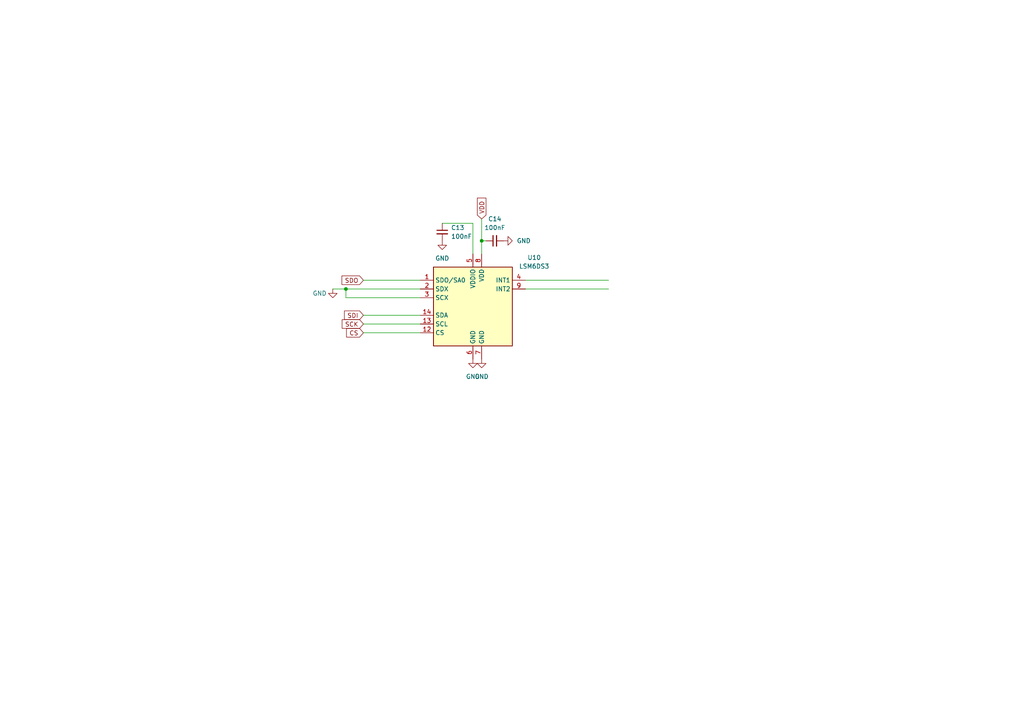
<source format=kicad_sch>
(kicad_sch (version 20211123) (generator eeschema)
  (paper "A4")
  (lib_symbols
    (symbol "Device:C_Small" (pin_numbers hide) (pin_names (offset 0.254) hide)
      (property "Reference" "C" (at 0.254 1.778 0))
      (property "Value" "C_Small" (at 0.254 -2.032 0))
      (symbol "C_Small_0_1"
        (polyline (pts (xy -1.524 -0.508) (xy 1.524 -0.508)) (stroke (width 0.3302)))
        (polyline (pts (xy -1.524 0.508) (xy 1.524 0.508)) (stroke (width 0.3048)))
      )
      (symbol "C_Small_1_1"
        (pin passive line (at 0 2.54 270) (length 2.032) (name "~") (number "1"))
        (pin passive line (at 0 -2.54 90) (length 2.032) (name "~") (number "2"))
      )
    )
    (symbol "Sensor_Motion:LSM6DS3"
      (property "Reference" "U" (at -11.43 15.24 0))
      (property "Value" "LSM6DS3" (at -11.43 12.7 0))
      (symbol "LSM6DS3_0_1"
        (rectangle (start 11.43 11.43) (end -11.43 -11.43) (stroke (width 0.254)) (fill (type background)))
      )
      (symbol "LSM6DS3_1_1"
        (pin bidirectional line (at -15.24 7.62 0) (length 3.81) (name "SDO/SA0") (number "1"))
        (pin no_connect line (at 10.16 -5.08 180) (length 3.81) hide (name "NC") (number "10"))
        (pin no_connect line (at 10.16 -2.54 180) (length 3.81) hide (name "NC") (number "11"))
        (pin input line (at -15.24 -7.62 0) (length 3.81) (name "CS") (number "12"))
        (pin input line (at -15.24 -5.08 0) (length 3.81) (name "SCL") (number "13"))
        (pin bidirectional line (at -15.24 -2.54 0) (length 3.81) (name "SDA") (number "14"))
        (pin bidirectional line (at -15.24 5.08 0) (length 3.81) (name "SDX") (number "2"))
        (pin input line (at -15.24 2.54 0) (length 3.81) (name "SCX") (number "3"))
        (pin output line (at 15.24 7.62 180) (length 3.81) (name "INT1") (number "4"))
        (pin power_in line (at 0 15.24 270) (length 3.81) (name "VDDIO") (number "5"))
        (pin power_in line (at 0 -15.24 90) (length 3.81) (name "GND") (number "6"))
        (pin power_in line (at 2.54 -15.24 90) (length 3.81) (name "GND") (number "7"))
        (pin power_in line (at 2.54 15.24 270) (length 3.81) (name "VDD") (number "8"))
        (pin output line (at 15.24 5.08 180) (length 3.81) (name "INT2") (number "9"))
      )
    )
    (symbol "power:GND" (power) (pin_names (offset 0))
      (property "Value" "GND" (at 0 -3.81 0))
      (symbol "GND_0_1"
        (polyline (pts (xy 0 0) (xy 0 -1.27) (xy 1.27 -1.27) (xy 0 -2.54) (xy -1.27 -1.27) (xy 0 -1.27)))
      )
      (symbol "GND_1_1"
        (pin power_in line (at 0 0 270) (length 0) hide (name "GND") (number "1"))
      )
    )
  )
  (junction (at 139.7 69.85))
  (junction (at 100.33 83.82))
  (wire (pts (xy 128.27 64.77) (xy 137.16 64.77)))
  (wire (pts (xy 105.41 96.52) (xy 121.92 96.52)))
  (wire (pts (xy 152.4 81.28) (xy 176.53 81.28)))
  (wire (pts (xy 100.33 86.36) (xy 100.33 83.82)))
  (wire (pts (xy 96.52 83.82) (xy 100.33 83.82)))
  (wire (pts (xy 139.7 69.85) (xy 139.7 73.66)))
  (wire (pts (xy 105.41 93.98) (xy 121.92 93.98)))
  (wire (pts (xy 121.92 86.36) (xy 100.33 86.36)))
  (wire (pts (xy 105.41 91.44) (xy 121.92 91.44)))
  (wire (pts (xy 137.16 73.66) (xy 137.16 64.77)))
  (wire (pts (xy 152.4 83.82) (xy 176.53 83.82)))
  (wire (pts (xy 139.7 69.85) (xy 140.97 69.85)))
  (wire (pts (xy 100.33 83.82) (xy 121.92 83.82)))
  (wire (pts (xy 105.41 81.28) (xy 121.92 81.28)))
  (wire (pts (xy 139.7 63.5) (xy 139.7 69.85)))
  (global_label "SCK" (shape input) (at 105.41 93.98 180) (property "Intersheet References" "${INTERSHEET_REFS}" (effects hide)))
  (global_label "SDO" (shape input) (at 105.41 81.28 180) (property "Intersheet References" "${INTERSHEET_REFS}" (effects hide)))
  (global_label "CS" (shape input) (at 105.41 96.52 180) (property "Intersheet References" "${INTERSHEET_REFS}" (effects hide)))
  (global_label "SDI" (shape input) (at 105.41 91.44 180) (property "Intersheet References" "${INTERSHEET_REFS}" (effects hide)))
  (global_label "VDD" (shape input) (at 139.7 63.5 90) (property "Intersheet References" "${INTERSHEET_REFS}" (effects hide)))
  (symbol (lib_id "power:GND") (at 137.16 104.14 0) (unit 1)
    (property "Reference" "#PWR0164" (effects hide))
    (property "Value" "GND" (at 137.16 109.22 0))
  )
  (symbol (lib_id "Sensor_Motion:LSM6DS3") (at 137.16 88.9 0) (unit 1)
    (property "Reference" "U10" (at 154.94 74.7012 0))
    (property "Value" "LSM6DS3" (at 154.94 77.2412 0))
    (property "Footprint" "Package_LGA:LGA-14_3x2.5mm_P0.5mm_LayoutBorder3x4y" (effects hide))
    (property "Datasheet" "www.st.com/resource/en/datasheet/lsm6ds3.pdf" (effects hide))
  )
  (symbol (lib_id "Device:C_Small") (at 128.27 67.31 0) (unit 1)
    (property "Reference" "C13" (at 130.81 66.0462 0) (effects (justify left)))
    (property "Value" "100nF" (at 130.81 68.5862 0) (effects (justify left)))
    (property "Footprint" "Capacitor_SMD:C_0402_1005Metric" (effects hide))
  )
  (symbol (lib_id "Device:C_Small") (at 143.51 69.85 90) (unit 1)
    (property "Reference" "C14" (at 143.5163 63.5 90))
    (property "Value" "100nF" (at 143.5163 66.04 90))
    (property "Footprint" "Capacitor_SMD:C_0402_1005Metric" (effects hide))
  )
  (symbol (lib_id "power:GND") (at 146.05 69.85 90) (unit 1)
    (property "Reference" "#PWR0162" (effects hide))
    (property "Value" "GND" (at 149.86 69.8499 90) (effects (justify right)))
  )
  (symbol (lib_id "power:GND") (at 128.27 69.85 0) (unit 1)
    (property "Reference" "#PWR0160" (effects hide))
    (property "Value" "GND" (at 128.27 74.93 0))
  )
  (symbol (lib_id "power:GND") (at 139.7 104.14 0) (unit 1)
    (property "Reference" "#PWR0167" (effects hide))
    (property "Value" "GND" (at 139.7 109.22 0))
  )
  (symbol (lib_id "power:GND") (at 96.52 83.82 0) (unit 1)
    (property "Reference" "#PWR0161" (effects hide))
    (property "Value" "GND" (at 92.71 85.09 0))
  )
)
</source>
